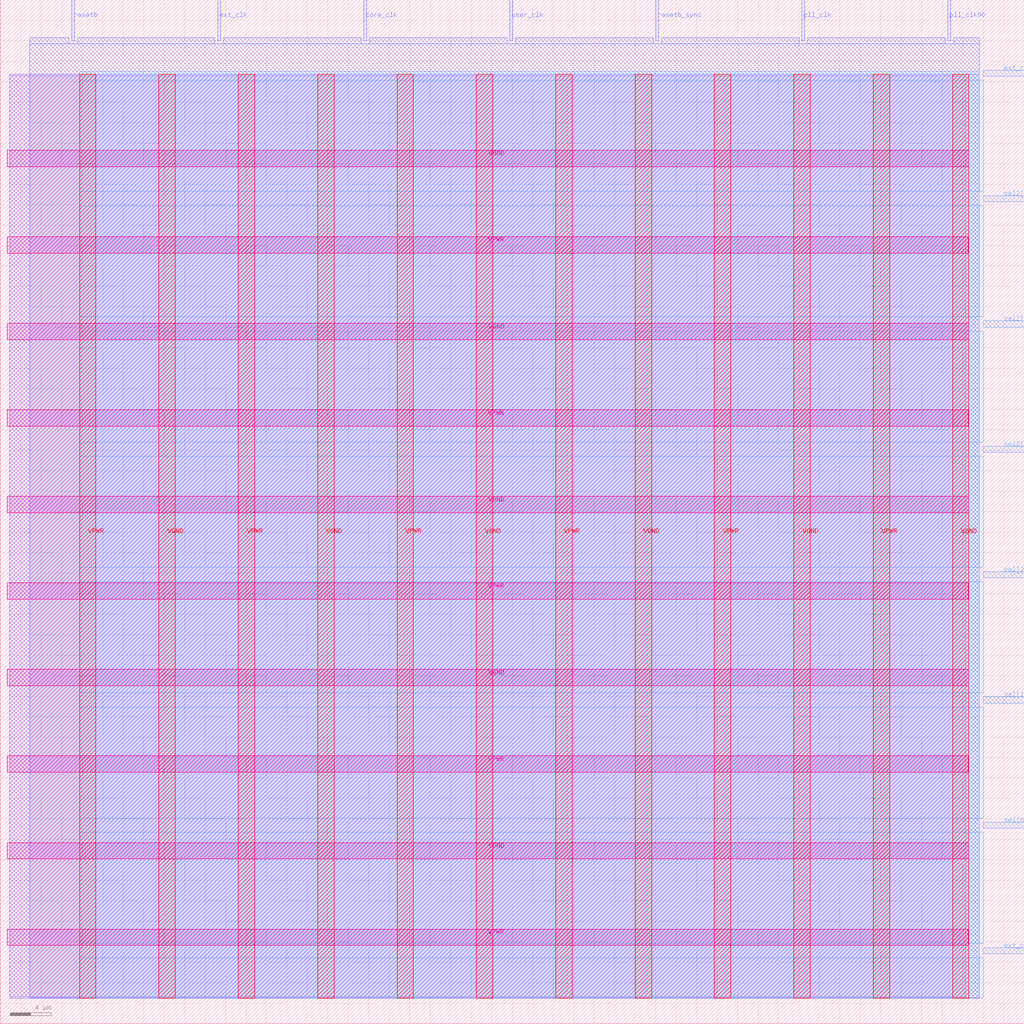
<source format=lef>
VERSION 5.7 ;
  NOWIREEXTENSIONATPIN ON ;
  DIVIDERCHAR "/" ;
  BUSBITCHARS "[]" ;
MACRO caravel_clocking
  CLASS BLOCK ;
  FOREIGN caravel_clocking ;
  ORIGIN 0.000 0.000 ;
  SIZE 100.000 BY 100.000 ;
  PIN VGND
    DIRECTION INOUT ;
    USE GROUND ;
    PORT
      LAYER met4 ;
        RECT 15.500 2.480 17.100 92.720 ;
    END
    PORT
      LAYER met4 ;
        RECT 31.000 2.480 32.600 92.720 ;
    END
    PORT
      LAYER met4 ;
        RECT 46.500 2.480 48.100 92.720 ;
    END
    PORT
      LAYER met4 ;
        RECT 62.000 2.480 63.600 92.720 ;
    END
    PORT
      LAYER met4 ;
        RECT 77.500 2.480 79.100 92.720 ;
    END
    PORT
      LAYER met4 ;
        RECT 93.000 2.480 94.600 92.720 ;
    END
    PORT
      LAYER met5 ;
        RECT 0.680 16.100 94.600 17.700 ;
    END
    PORT
      LAYER met5 ;
        RECT 0.680 33.000 94.600 34.600 ;
    END
    PORT
      LAYER met5 ;
        RECT 0.680 49.900 94.600 51.500 ;
    END
    PORT
      LAYER met5 ;
        RECT 0.680 66.800 94.600 68.400 ;
    END
    PORT
      LAYER met5 ;
        RECT 0.680 83.700 94.600 85.300 ;
    END
  END VGND
  PIN VPWR
    DIRECTION INOUT ;
    USE POWER ;
    PORT
      LAYER met4 ;
        RECT 7.750 2.480 9.350 92.720 ;
    END
    PORT
      LAYER met4 ;
        RECT 23.250 2.480 24.850 92.720 ;
    END
    PORT
      LAYER met4 ;
        RECT 38.750 2.480 40.350 92.720 ;
    END
    PORT
      LAYER met4 ;
        RECT 54.250 2.480 55.850 92.720 ;
    END
    PORT
      LAYER met4 ;
        RECT 69.750 2.480 71.350 92.720 ;
    END
    PORT
      LAYER met4 ;
        RECT 85.250 2.480 86.850 92.720 ;
    END
    PORT
      LAYER met5 ;
        RECT 0.680 7.650 94.540 9.250 ;
    END
    PORT
      LAYER met5 ;
        RECT 0.680 24.550 94.540 26.150 ;
    END
    PORT
      LAYER met5 ;
        RECT 0.680 41.450 94.540 43.050 ;
    END
    PORT
      LAYER met5 ;
        RECT 0.680 58.350 94.540 59.950 ;
    END
    PORT
      LAYER met5 ;
        RECT 0.680 75.250 94.540 76.850 ;
    END
  END VPWR
  PIN core_clk
    DIRECTION OUTPUT TRISTATE ;
    USE SIGNAL ;
    PORT
      LAYER met2 ;
        RECT 35.510 96.000 35.790 100.000 ;
    END
  END core_clk
  PIN ext_clk
    DIRECTION INPUT ;
    USE SIGNAL ;
    PORT
      LAYER met2 ;
        RECT 21.250 96.000 21.530 100.000 ;
    END
  END ext_clk
  PIN ext_clk_sel
    DIRECTION INPUT ;
    USE SIGNAL ;
    PORT
      LAYER met3 ;
        RECT 96.000 6.840 100.000 7.440 ;
    END
  END ext_clk_sel
  PIN ext_reset
    DIRECTION INPUT ;
    USE SIGNAL ;
    PORT
      LAYER met3 ;
        RECT 96.000 92.520 100.000 93.120 ;
    END
  END ext_reset
  PIN pll_clk
    DIRECTION INPUT ;
    USE SIGNAL ;
    PORT
      LAYER met2 ;
        RECT 78.290 96.000 78.570 100.000 ;
    END
  END pll_clk
  PIN pll_clk90
    DIRECTION INPUT ;
    USE SIGNAL ;
    PORT
      LAYER met2 ;
        RECT 92.550 96.000 92.830 100.000 ;
    END
  END pll_clk90
  PIN resetb
    DIRECTION INPUT ;
    USE SIGNAL ;
    PORT
      LAYER met2 ;
        RECT 6.990 96.000 7.270 100.000 ;
    END
  END resetb
  PIN resetb_sync
    DIRECTION OUTPUT TRISTATE ;
    USE SIGNAL ;
    PORT
      LAYER met2 ;
        RECT 64.030 96.000 64.310 100.000 ;
    END
  END resetb_sync
  PIN sel2[0]
    DIRECTION INPUT ;
    USE SIGNAL ;
    PORT
      LAYER met3 ;
        RECT 96.000 55.800 100.000 56.400 ;
    END
  END sel2[0]
  PIN sel2[1]
    DIRECTION INPUT ;
    USE SIGNAL ;
    PORT
      LAYER met3 ;
        RECT 96.000 68.040 100.000 68.640 ;
    END
  END sel2[1]
  PIN sel2[2]
    DIRECTION INPUT ;
    USE SIGNAL ;
    PORT
      LAYER met3 ;
        RECT 96.000 80.280 100.000 80.880 ;
    END
  END sel2[2]
  PIN sel[0]
    DIRECTION INPUT ;
    USE SIGNAL ;
    PORT
      LAYER met3 ;
        RECT 96.000 19.080 100.000 19.680 ;
    END
  END sel[0]
  PIN sel[1]
    DIRECTION INPUT ;
    USE SIGNAL ;
    PORT
      LAYER met3 ;
        RECT 96.000 31.320 100.000 31.920 ;
    END
  END sel[1]
  PIN sel[2]
    DIRECTION INPUT ;
    USE SIGNAL ;
    PORT
      LAYER met3 ;
        RECT 96.000 43.560 100.000 44.160 ;
    END
  END sel[2]
  PIN user_clk
    DIRECTION OUTPUT TRISTATE ;
    USE SIGNAL ;
    PORT
      LAYER met2 ;
        RECT 49.770 96.000 50.050 100.000 ;
    END
  END user_clk
  OBS
      LAYER li1 ;
        RECT 0.920 2.635 94.300 92.565 ;
      LAYER met1 ;
        RECT 0.920 2.480 95.610 92.720 ;
      LAYER met2 ;
        RECT 2.860 95.720 6.710 96.290 ;
        RECT 7.550 95.720 20.970 96.290 ;
        RECT 21.810 95.720 35.230 96.290 ;
        RECT 36.070 95.720 49.490 96.290 ;
        RECT 50.330 95.720 63.750 96.290 ;
        RECT 64.590 95.720 78.010 96.290 ;
        RECT 78.850 95.720 92.270 96.290 ;
        RECT 93.110 95.720 95.590 96.290 ;
        RECT 2.860 2.535 95.590 95.720 ;
      LAYER met3 ;
        RECT 7.760 92.120 95.600 92.985 ;
        RECT 7.760 81.280 96.000 92.120 ;
        RECT 7.760 79.880 95.600 81.280 ;
        RECT 7.760 69.040 96.000 79.880 ;
        RECT 7.760 67.640 95.600 69.040 ;
        RECT 7.760 56.800 96.000 67.640 ;
        RECT 7.760 55.400 95.600 56.800 ;
        RECT 7.760 44.560 96.000 55.400 ;
        RECT 7.760 43.160 95.600 44.560 ;
        RECT 7.760 32.320 96.000 43.160 ;
        RECT 7.760 30.920 95.600 32.320 ;
        RECT 7.760 20.080 96.000 30.920 ;
        RECT 7.760 18.680 95.600 20.080 ;
        RECT 7.760 7.840 96.000 18.680 ;
        RECT 7.760 6.440 95.600 7.840 ;
        RECT 7.760 2.555 96.000 6.440 ;
  END
END caravel_clocking
END LIBRARY


</source>
